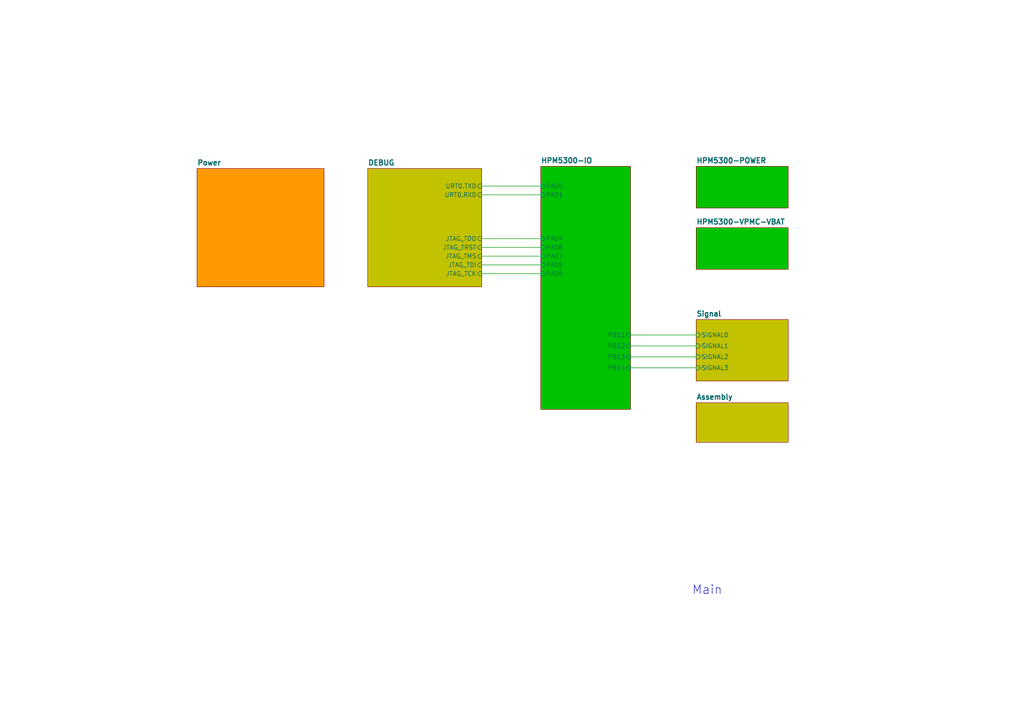
<source format=kicad_sch>
(kicad_sch (version 20230121) (generator eeschema)
  (paper "A4")
  (title_block (title "HPM6750 ADC EVK") (date "2023-5-25") (rev "A"))
  (lib_symbols)
  (wire (pts (xy 139.7 56.515) (xy 156.845 56.515)))
  (wire (pts (xy 139.7 71.755) (xy 156.845 71.755)))
  (wire (pts (xy 139.7 53.975) (xy 156.845 53.975)))
  (wire (pts (xy 139.7 76.835) (xy 156.845 76.835)))
  (wire (pts (xy 139.7 79.375) (xy 156.845 79.375)))
  (wire (pts (xy 182.88 106.68) (xy 201.93 106.68)))
  (wire (pts (xy 182.88 103.505) (xy 201.93 103.505)))
  (wire (pts (xy 139.7 74.295) (xy 156.845 74.295)))
  (wire (pts (xy 182.88 97.155) (xy 201.93 97.155)))
  (wire (pts (xy 139.7 69.215) (xy 156.845 69.215)))
  (wire (pts (xy 182.88 100.33) (xy 201.93 100.33)))
  (text "Main" (at 200.66 172.72 0) (effects (font (size 2.54 2.54)) (justify left bottom)))
  (sheet (at 106.68 48.895) (size 33.02 34.29) (stroke (width 0.1524)) (fill (color 194 194 0 1.0000))
    (property "Sheetname" "DEBUG" (at 106.68 48.0684 0) (effects (font (size 1.5 1.5) bold) (justify left bottom)))
    (property "Sheetfile" "DEBUG.kicad_sch" (effects hide))
    (pin "JTAG_TDO" input (at 139.7 69.215 0))
    (pin "JTAG_TRST" input (at 139.7 71.755 0))
    (pin "JTAG_TMS" input (at 139.7 74.295 0))
    (pin "JTAG_TDI" input (at 139.7 76.835 0))
    (pin "JTAG_TCK" input (at 139.7 79.375 0))
    (pin "URT0.RXD" input (at 139.7 56.515 0))
    (pin "URT0.TXD" input (at 139.7 53.975 0))
  )
  (sheet (at 156.845 48.26) (size 26.035 70.485) (stroke (width 0.1524)) (fill (color 0 194 0 1.0000))
    (property "Sheetname" "HPM5300-IO" (at 156.845 47.4334 0) (effects (font (size 1.5 1.5) bold) (justify left bottom)))
    (property "Sheetfile" "HPM5300-IO4.kicad_sch" (effects hide))
    (pin "PB14" input (at 182.88 106.68 0))
    (pin "PB12" input (at 182.88 100.33 0))
    (pin "PB13" input (at 182.88 103.505 0))
    (pin "PA04" input (at 156.845 69.215 180))
    (pin "PA00" input (at 156.845 53.975 180))
    (pin "PA06" input (at 156.845 79.375 180))
    (pin "PA07" input (at 156.845 74.295 180))
    (pin "PA05" input (at 156.845 76.835 180))
    (pin "PA08" input (at 156.845 71.755 180))
    (pin "PB11" input (at 182.88 97.155 0))
    (pin "PA01" input (at 156.845 56.515 180))
  )
  (sheet (at 201.93 66.04) (size 26.67 12.065) (stroke (width 0.1524)) (fill (color 0 194 0 1.0000))
    (property "Sheetname" "HPM5300-VPMC-VBAT" (at 201.93 65.2134 0) (effects (font (size 1.5 1.5) bold) (justify left bottom)))
    (property "Sheetfile" "HPM5300-VPMC-VBAT.kicad_sch" (effects hide))
  )
  (sheet (at 201.93 92.71) (size 26.67 17.78) (stroke (width 0.1524)) (fill (color 194 194 0 1.0000))
    (property "Sheetname" "Signal" (at 201.93 91.8834 0) (effects (font (size 1.5 1.5) bold) (justify left bottom)))
    (property "Sheetfile" "Signal.kicad_sch" (effects hide))
    (pin "SIGNAL1" input (at 201.93 100.33 180))
    (pin "SIGNAL2" input (at 201.93 103.505 180))
    (pin "SIGNAL0" input (at 201.93 97.155 180))
    (pin "SIGNAL3" input (at 201.93 106.68 180))
  )
  (sheet (at 201.93 48.26) (size 26.67 12.065) (stroke (width 0.1524)) (fill (color 0 194 0 1.0000))
    (property "Sheetname" "HPM5300-POWER" (at 201.93 47.4334 0) (effects (font (size 1.5 1.5) bold) (justify left bottom)))
    (property "Sheetfile" "HPM5300-POWER.kicad_sch" (effects hide))
  )
  (sheet (at 57.15 48.895) (size 36.83 34.29) (stroke (width 0.1524)) (fill (color 255 153 0 1.0000))
    (property "Sheetname" "Power" (at 57.15 48.0684 0) (effects (font (size 1.5 1.5) bold) (justify left bottom)))
    (property "Sheetfile" "Power.kicad_sch" (effects hide))
  )
  (sheet (at 201.93 116.84) (size 26.67 11.43) (stroke (width 0.1524)) (fill (color 194 194 0 1.0000))
    (property "Sheetname" "Assembly" (at 201.93 116.0134 0) (effects (font (size 1.5 1.5) bold) (justify left bottom)))
    (property "Sheetfile" "Assembly.kicad_sch" (effects hide))
  )
)
</source>
